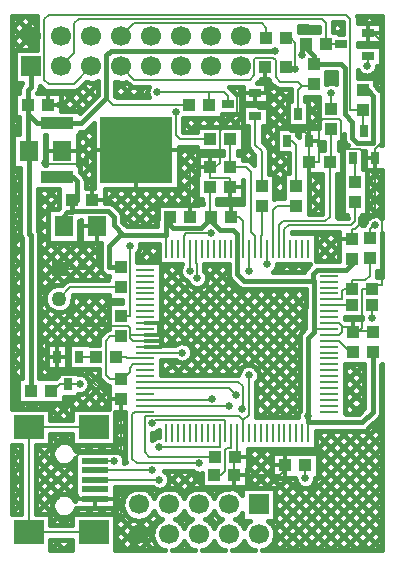
<source format=gbr>
G04 DipTrace 2.4.0.2*
%INTop.gbr*%
%MOIN*%
%ADD13C,0.007*%
%ADD14C,0.015*%
%ADD15C,0.013*%
%ADD17R,0.063X0.0079*%
%ADD18R,0.0079X0.063*%
%ADD19R,0.0669X0.0669*%
%ADD20C,0.0669*%
%ADD21R,0.0433X0.0394*%
%ADD22R,0.0394X0.0433*%
%ADD23C,0.05*%
%ADD24R,0.05X0.05*%
%ADD26R,0.1083X0.0394*%
%ADD27R,0.2421X0.2185*%
%ADD28R,0.063X0.0709*%
%ADD29R,0.0413X0.0256*%
%ADD30R,0.0256X0.0413*%
%ADD32R,0.0906X0.0197*%
%ADD33R,0.0984X0.0787*%
%ADD34C,0.025*%
%FSLAX44Y44*%
G04*
G70*
G90*
G75*
G01*
%LNTop*%
%LPD*%
X10922Y14837D2*
D13*
X10098D1*
X10021Y14759D1*
Y14327D1*
X10217Y13587D2*
Y14327D1*
X14933Y18315D2*
Y17222D1*
X14868D1*
Y15390D1*
X14728Y15250D1*
X13310D1*
X13170Y15110D1*
Y14327D1*
X7914Y11403D2*
X7554D1*
X7414Y11262D1*
Y10129D1*
X7554Y9989D1*
X7914D1*
Y10041D1*
X8061D1*
X8223Y10203D1*
Y10361D1*
X8332Y10469D1*
X8721D1*
X11561Y17974D2*
Y17034D1*
X11567D2*
X12098D1*
X12238Y16894D1*
Y14891D1*
X12383Y14747D1*
Y14327D1*
X13730Y20307D2*
Y21175D1*
X13572Y21334D1*
X13417D1*
X12776Y13817D2*
Y14327D1*
X13401Y20389D2*
Y20307D1*
X13730D1*
X7003Y8378D2*
X4837D1*
Y4874D2*
X7003D1*
X4837Y8378D2*
Y4874D1*
X14863Y12441D2*
X15627D1*
X16161Y20758D2*
Y20428D1*
X16120D1*
X16296Y12441D2*
Y12030D1*
X13367Y14327D2*
Y14970D1*
X13507Y15110D1*
X15573D1*
X15713Y15250D1*
Y15884D1*
X12973Y14327D2*
Y15613D1*
X13113Y15753D1*
X13762D1*
X12580Y14327D2*
Y14747D1*
X12605Y14772D1*
Y15733D1*
X6531Y10706D2*
X7093D1*
X8721Y10666D2*
X8124D1*
X8083Y10706D1*
X7762D1*
X15651Y17350D2*
X15713D1*
Y16553D1*
X13447Y17917D2*
X13624D1*
X13762Y17778D1*
Y16423D1*
X12392Y18764D2*
Y17779D1*
X12605Y17566D1*
Y16402D1*
X14863Y12634D2*
X15283D1*
Y12911D1*
X15341Y12969D1*
X15610D1*
Y13270D1*
X16066D1*
X16206Y13410D1*
Y14024D1*
X5843Y12659D2*
X6218Y13034D1*
X7909D1*
X9947Y10862D2*
X8721D1*
X11989Y8185D2*
Y8605D1*
X11849Y8745D1*
X8717D1*
Y7536D1*
X8857Y7396D1*
X11048D1*
Y7379D1*
X12186Y13587D2*
Y14327D1*
X11989Y8605D2*
X12177Y8793D1*
Y10108D1*
X14863Y11256D2*
X15182D1*
X15546Y10892D1*
X15639D1*
X11595Y8185D2*
Y7681D1*
X11444D1*
X11370Y7607D1*
Y6914D1*
X11237Y6781D1*
X11030D1*
X10508Y7166D2*
X8438D1*
X8298Y7306D1*
Y8818D1*
X8374Y8894D1*
X8721D1*
X16391Y15105D2*
X16331D1*
X16206Y14980D1*
Y14693D1*
X14933Y18984D2*
Y19519D1*
X7922Y21398D2*
X8361Y21837D1*
X12608D1*
X12748Y21697D1*
Y21334D1*
X9746Y18896D2*
Y18114D1*
X9886Y17974D1*
X10891D1*
X8211Y14412D2*
Y12072D1*
X7914D1*
X15255Y21132D2*
X15404D1*
X15416Y21143D1*
X14912D1*
X14754Y21301D1*
Y21156D1*
Y21837D1*
X14614Y21977D1*
X6501D1*
X6361Y21837D1*
Y20837D1*
X5922Y20398D1*
X15973Y18931D2*
X15567D1*
Y21977D1*
X15427Y22117D1*
X5501D1*
X5361Y21977D1*
Y19958D1*
X5501Y19818D1*
X6342D1*
X6922Y20398D1*
X16025Y18255D2*
X15973Y18337D1*
Y18931D1*
X16025Y18255D2*
Y18284D1*
X15973Y18337D1*
X14346Y19821D2*
Y19754D1*
X13961D1*
X13821Y19894D1*
X13214D1*
X13074Y20034D1*
Y20608D1*
X12991Y20691D1*
X12412D1*
X12361Y20640D1*
Y20098D1*
X12221Y19958D1*
X8361D1*
X7922Y20398D1*
X13961Y19754D2*
X13821Y19614D1*
Y18822D1*
X9131Y19545D2*
X10863D1*
X11346D1*
X11486Y19405D1*
Y19138D1*
X10863Y19545D2*
Y19103D1*
X6535Y9811D2*
X6157D1*
X5891D1*
X5674Y9594D1*
X5574D1*
X8947Y8515D2*
X9037Y8605D1*
X11399D1*
Y8185D1*
X8942Y6941D2*
X7042D1*
X9196Y7716D2*
X11202D1*
Y8185D1*
X9196Y6626D2*
X7042D1*
X11738Y9461D2*
X11517Y9681D1*
X8721D1*
X11508Y9091D2*
X8721D1*
X10947Y9321D2*
X10914Y9288D1*
X8721D1*
X11947Y8975D2*
X11968Y8996D1*
Y9738D1*
X11828Y9878D1*
X8721D1*
X10447Y13357D2*
Y13801D1*
X10414Y13834D1*
Y14327D1*
X16310Y10892D2*
D14*
Y8890D1*
X15958Y8538D1*
X14154D1*
Y8750D1*
X10916Y15392D2*
X10960D1*
X10586Y15017D1*
X9657D1*
X9562Y15112D1*
Y15369D1*
X5792Y16711D2*
X6324D1*
X6449Y16586D1*
Y15940D1*
X6287D1*
X9562Y15369D2*
X9430Y15306D1*
Y14782D1*
X7893D1*
X7989D1*
X7668Y15104D1*
Y15393D1*
X7484Y15577D1*
X6287D1*
Y15533D1*
X6110D1*
X6005Y15429D1*
Y15074D1*
X14154Y8750D2*
Y11361D1*
X14354Y11560D1*
Y11650D1*
Y13263D1*
X12026D1*
X11792Y13497D1*
Y14327D1*
X9430Y14782D2*
D13*
Y14327D1*
X14354Y11650D2*
X14863D1*
X14154Y8750D2*
Y8185D1*
X7698Y7256D2*
X7042D1*
X10916Y15392D2*
X10881D1*
Y16387D1*
X11792Y14327D2*
D14*
Y14820D1*
X11666Y14946D1*
X11232D1*
X10916Y15263D1*
Y15392D1*
X14354Y13263D2*
X14303Y13314D1*
Y13478D1*
X14443Y13618D1*
X14863D1*
X7893Y14782D2*
X7528Y14417D1*
Y13703D1*
X7909D1*
X9562Y15369D2*
D13*
X9493D1*
X9430Y15306D1*
X9562Y15369D1*
X6287Y15940D2*
D14*
Y15577D1*
X14863Y13618D2*
X15402D1*
X15603Y13819D1*
Y13980D1*
X14061Y7102D2*
D13*
Y6691D1*
X15973Y19600D2*
D14*
X16150D1*
X16327Y19424D1*
Y17853D1*
X15791D1*
X15628Y18015D1*
Y18552D1*
X15375Y18805D1*
Y20350D1*
X15235Y20490D1*
X14346D1*
X4818Y19107D2*
Y17594D1*
X4852D1*
X4818Y19107D2*
Y19626D1*
X4922Y19730D1*
Y20398D1*
X5792Y18506D2*
X5132D1*
X4818Y18820D1*
Y19107D1*
X14346Y20490D2*
Y20748D1*
X14085Y21010D1*
Y21156D1*
X4852Y17594D2*
Y14826D1*
X4904Y14774D1*
Y9594D1*
X13052Y20916D2*
X7580D1*
X7433Y20769D1*
Y19340D1*
X6599Y18506D1*
X5792D1*
X13962Y20786D2*
Y21033D1*
X14085Y21156D1*
X7433Y19340D2*
D13*
X7645Y19128D1*
X10194D1*
Y19103D1*
X13392Y7102D2*
Y6947D1*
X13226Y6781D1*
X11699D1*
X14863Y11847D2*
X15174D1*
X15283Y11738D1*
Y11702D1*
Y11551D1*
X15185Y11453D1*
X14863D1*
X16161Y21506D2*
X16313D1*
X16571Y21248D1*
Y17833D1*
X16399Y17661D1*
Y17350D1*
X5843Y13659D2*
X6968D1*
X7108Y13799D1*
Y15074D1*
X11989Y14327D2*
Y15247D1*
X11845Y15392D1*
X11585D1*
X16310Y11562D2*
Y11574D1*
X15639D1*
Y11562D1*
X8721Y11847D2*
X9069D1*
X9141Y11775D1*
Y11525D1*
X9069Y11453D1*
X8721D1*
X11699Y6781D2*
Y6382D1*
X11559Y6242D1*
X8173D1*
X7928Y5996D1*
X7042D1*
X12392Y19512D2*
X12732D1*
Y20389D1*
X11699Y6781D2*
Y7379D1*
X11717D1*
X16279Y12969D2*
Y13109D1*
X16621D1*
Y15253D1*
X16399Y15475D1*
X15993D1*
X15853Y15335D1*
Y15110D1*
X15713Y14970D1*
X15603D1*
Y14649D1*
X8430Y17609D2*
X6956D1*
X6816Y17469D1*
Y17134D1*
X5379D1*
Y17182D1*
X8721Y11256D2*
X9281D1*
Y11059D1*
X8721D1*
X6198Y11750D2*
X8158D1*
X8216Y11692D1*
Y11453D1*
Y11361D1*
X8321Y11256D1*
X8721D1*
X5783Y10717D2*
Y11335D1*
X6198Y11750D1*
X7914Y9319D2*
X7569D1*
X6765Y10123D1*
X5923D1*
X5783Y10263D1*
Y10717D1*
X7042Y5996D2*
X6584D1*
X6439Y6141D1*
Y7400D1*
X6525Y7486D1*
X7774D1*
X7914Y7626D1*
Y9319D1*
X7928Y5996D2*
Y5382D1*
X8508Y4802D1*
X6816Y17134D2*
X6956Y16994D1*
Y15940D1*
X10898Y17034D2*
Y17469D1*
X10758Y17609D1*
X8430D1*
X12392Y19512D2*
X11938D1*
X11798Y19372D1*
Y18820D1*
X11219Y18242D1*
Y17188D1*
X11064Y17034D1*
X10898D1*
X14195Y17917D2*
Y18070D1*
X14037Y18228D1*
X13598D1*
X12830Y18997D1*
X12532D1*
X12392Y19137D1*
Y19512D1*
X14199Y17222D2*
X14195Y17917D1*
X16399Y17350D2*
X16155D1*
X16015Y17490D1*
Y17521D1*
X15875Y17661D1*
X15375D1*
X15235Y17801D1*
Y18589D1*
X15188Y18636D1*
X14660D1*
X14520Y18496D1*
Y17222D1*
X14199D1*
X10898Y17034D2*
X10371D1*
X10231Y16894D1*
Y15369D1*
X11551Y16387D2*
Y16689D1*
X10898D1*
Y17034D1*
X11585Y15392D2*
X11551D1*
Y16387D1*
X16399Y17350D2*
Y15475D1*
X15639Y11562D2*
X15829D1*
X15949Y11682D1*
Y12969D1*
X16279D1*
X8721Y11453D2*
X8216D1*
X15639Y11562D2*
X15568Y11702D1*
X15283D1*
X15639Y11562D2*
Y11631D1*
X15568Y11702D1*
X11717Y7379D2*
X11792D1*
Y8185D1*
X5955Y17594D2*
X5483D1*
X5379Y17490D1*
Y17182D1*
X5488Y19107D2*
X5899D1*
D34*
X10922Y14837D3*
X10217Y13587D3*
X12776Y13817D3*
X13730Y20307D3*
X16296Y12030D3*
X16120Y20428D3*
X9947Y10862D3*
X12186Y13587D3*
X12177Y10108D3*
X10508Y7166D3*
X16391Y15105D3*
X14933Y19519D3*
X9746Y18896D3*
X8211Y14412D3*
X9131Y19545D3*
X6535Y9811D3*
X8947Y6936D3*
Y8515D3*
X9196Y6626D3*
Y7716D3*
X11738Y9461D3*
X11508Y9091D3*
X10947Y9321D3*
X11947Y8975D3*
X10447Y13357D3*
X14154Y8750D3*
X7698Y7256D3*
X14061Y6691D3*
X5899Y19107D3*
X6198Y11750D3*
X5379Y17182D3*
X13052Y20916D3*
X13962Y20786D3*
X4685Y22078D2*
D14*
X4283Y21677D1*
X5109Y22078D2*
X4283Y21252D1*
X5104Y21649D2*
X4409Y20954D1*
X4366Y20911D2*
X4284Y20829D1*
X5104Y21224D2*
X4834Y20954D1*
X4365Y20485D2*
X4284Y20405D1*
X4365Y20061D2*
X4284Y19980D1*
X4571Y19842D2*
X4283Y19555D1*
X4380Y19227D2*
X4283Y19131D1*
X5263Y19687D2*
X5186Y19609D1*
X4380Y18803D2*
X4283Y18707D1*
X5563Y19562D2*
X5527Y19526D1*
X4522Y18521D2*
X4283Y18282D1*
X5987Y19562D2*
X5926Y19501D1*
X6433Y19584D2*
X5926Y19076D1*
X7136Y19862D2*
X6198Y18924D1*
X4556Y16858D2*
X4283Y16585D1*
X7966Y19844D2*
X7729Y19607D1*
X4556Y16433D2*
X4283Y16161D1*
X8265Y19718D2*
X7931Y19385D1*
X6998Y18452D2*
X6491Y17944D1*
X4556Y16009D2*
X4283Y15737D1*
X8672Y19701D2*
X8355Y19385D1*
X6998Y18028D2*
X6491Y17520D1*
X5263Y16292D2*
X5149Y16178D1*
X4556Y15585D2*
X4283Y15313D1*
X6998Y17603D2*
X6524Y17129D1*
X5688Y16292D2*
X5149Y15753D1*
X4556Y15161D2*
X4283Y14888D1*
X6998Y17179D2*
X6640Y16821D1*
X5850Y16031D2*
X5149Y15329D1*
X4566Y14746D2*
X4283Y14464D1*
X6998Y16755D2*
X6745Y16501D1*
X5469Y15225D2*
X5165Y14922D1*
X4609Y14365D2*
X4283Y14040D1*
X5469Y14801D2*
X5202Y14534D1*
X4609Y13941D2*
X4283Y13616D1*
X5590Y14498D2*
X5202Y14109D1*
X4609Y13516D2*
X4283Y13191D1*
X10200Y18684D2*
X10003Y18486D1*
X7810Y16294D2*
X7394Y15878D1*
X6014Y14498D2*
X5202Y13685D1*
X4609Y13092D2*
X4283Y12767D1*
X11642Y19701D2*
X11600Y19660D1*
X10625Y18684D2*
X10172Y18231D1*
X8235Y16294D2*
X7714Y15773D1*
X6440Y14499D2*
X5202Y13261D1*
X4609Y12668D2*
X4283Y12343D1*
X14085Y21720D2*
X13939Y21574D1*
X11964Y19599D2*
X11852Y19487D1*
X11049Y18684D2*
X10758Y18394D1*
X10083Y17718D2*
X9862Y17497D1*
X8659Y16294D2*
X7920Y15555D1*
X6863Y14498D2*
X5202Y12837D1*
X4609Y12244D2*
X4283Y11919D1*
X14498Y21708D2*
X14363Y21574D1*
X12761Y19972D2*
X12651Y19862D1*
X11964Y19174D2*
X11914Y19124D1*
X11577Y18788D2*
X11183Y18394D1*
X10454Y17665D2*
X9862Y17073D1*
X9083Y16294D2*
X7992Y15203D1*
X7234Y14445D2*
X5916Y13127D1*
X5376Y12587D2*
X5202Y12412D1*
X4609Y11819D2*
X4283Y11494D1*
X15074Y21861D2*
X15009Y21796D1*
X12976Y19763D2*
X12820Y19607D1*
X12376Y19163D2*
X12326Y19113D1*
X11964Y18750D2*
X11607Y18394D1*
X10770Y17557D2*
X10666Y17452D1*
X10459Y17245D2*
X9862Y16648D1*
X9508Y16294D2*
X8292Y15079D1*
X7230Y14017D2*
X6504Y13291D1*
X5522Y12308D2*
X5202Y11988D1*
X4609Y11395D2*
X4283Y11070D1*
X15311Y21674D2*
X15192Y21554D1*
X13276Y19638D2*
X12751Y19113D1*
X12051Y18414D2*
X11999Y18361D1*
X11195Y17557D2*
X11090Y17452D1*
X10459Y16821D2*
X9424Y15787D1*
X9125Y15487D2*
X8717Y15079D1*
X7244Y13606D2*
X6928Y13291D1*
X6415Y12777D2*
X6314Y12676D1*
X5825Y12187D2*
X5202Y11564D1*
X4609Y10971D2*
X4283Y10646D1*
X16137Y22075D2*
X15918Y21856D1*
X13565Y19503D2*
X12820Y18758D1*
X12136Y18074D2*
X11998Y17936D1*
X10444Y16382D2*
X9849Y15787D1*
X7472Y13410D2*
X7353Y13291D1*
X6839Y12777D2*
X5202Y11140D1*
X4609Y10547D2*
X4283Y10221D1*
X16561Y22075D2*
X16342Y21856D1*
X13472Y18986D2*
X12648Y18161D1*
X12156Y17670D2*
X11938Y17452D1*
X10456Y15969D2*
X10273Y15787D1*
X8972Y14486D2*
X8468Y13982D1*
X7264Y12777D2*
X5631Y11145D1*
X5434Y10948D2*
X5202Y10715D1*
X4609Y10122D2*
X4499Y10013D1*
X4466Y9980D2*
X4283Y9797D1*
X16067Y21156D2*
X16017Y21107D1*
X15079Y20168D2*
X14764Y19853D1*
X14293Y19383D2*
X14160Y19250D1*
X13471Y18561D2*
X13256Y18345D1*
X13098Y18188D2*
X12725Y17815D1*
X12348Y17437D2*
X12188Y17278D1*
X9169Y14258D2*
X8789Y13879D1*
X7507Y12596D2*
X6056Y11146D1*
X5433Y10523D2*
X5201Y10291D1*
X4467Y9557D2*
X4283Y9372D1*
X16490Y21155D2*
X16441Y21107D1*
X14515Y19181D2*
X14170Y18836D1*
X13728Y18393D2*
X13681Y18346D1*
X13098Y17764D2*
X12861Y17526D1*
X11304Y15969D2*
X11144Y15809D1*
X7931Y12596D2*
X7844Y12510D1*
X7497Y12162D2*
X6481Y11146D1*
X6183Y10848D2*
X6133Y10798D1*
X5624Y10289D2*
X5347Y10012D1*
X4510Y9176D2*
X4328Y8993D1*
X15907Y20148D2*
X15824Y20065D1*
X14515Y18756D2*
X14104Y18345D1*
X13248Y17488D2*
X12861Y17102D1*
X11728Y15969D2*
X11568Y15809D1*
X9550Y13791D2*
X9258Y13499D1*
X7497Y11738D2*
X6883Y11124D1*
X6183Y10424D2*
X6133Y10373D1*
X6049Y10290D2*
X5998Y10239D1*
X4935Y9176D2*
X4752Y8993D1*
X16610Y20427D2*
X16222Y20039D1*
X13506Y17323D2*
X13023Y16840D1*
X9903Y13720D2*
X9258Y13075D1*
X6473Y10289D2*
X6422Y10238D1*
X5359Y9176D2*
X5176Y8993D1*
X16610Y20003D2*
X16391Y19784D1*
X13506Y16899D2*
X13468Y16860D1*
X13344Y16736D2*
X13023Y16416D1*
X9958Y13350D2*
X9258Y12651D1*
X6895Y10288D2*
X6718Y10110D1*
X5783Y9176D2*
X5551Y8943D1*
X4371Y7764D2*
X4283Y7675D1*
X13344Y16312D2*
X13023Y15992D1*
X10823Y13791D2*
X10703Y13671D1*
X10172Y13140D2*
X9258Y12226D1*
X7157Y10125D2*
X6880Y9848D1*
X6415Y9383D2*
X5667Y8635D1*
X4582Y7550D2*
X4283Y7251D1*
X15352Y17896D2*
X15190Y17733D1*
X14260Y16804D2*
X14180Y16724D1*
X11247Y13791D2*
X10793Y13337D1*
X10468Y13012D2*
X9258Y11802D1*
X7314Y9858D2*
X6449Y8993D1*
X6289Y8833D2*
X6091Y8635D1*
X5220Y7764D2*
X5093Y7637D1*
X4582Y7126D2*
X4283Y6827D1*
X14611Y16731D2*
X14180Y16300D1*
X11496Y13615D2*
X9258Y11378D1*
X7497Y9616D2*
X6873Y8993D1*
X6002Y8122D2*
X5093Y7213D1*
X4582Y6701D2*
X4283Y6403D1*
X14611Y16307D2*
X14180Y15876D1*
X11584Y13279D2*
X9424Y11119D1*
X7497Y9192D2*
X7298Y8993D1*
X6289Y7984D2*
X6172Y7868D1*
X5644Y7339D2*
X5093Y6789D1*
X4582Y6277D2*
X4283Y5978D1*
X16050Y17321D2*
X16000Y17271D1*
X15294Y16565D2*
X15125Y16396D1*
X14611Y15883D2*
X14235Y15506D1*
X11796Y13067D2*
X9938Y11209D1*
X9335Y10606D2*
X9258Y10529D1*
X6492Y7764D2*
X6388Y7659D1*
X5851Y7122D2*
X5093Y6364D1*
X4582Y5853D2*
X4283Y5554D1*
X15294Y16141D2*
X15125Y15972D1*
X12121Y12967D2*
X10228Y11074D1*
X9736Y10583D2*
X9288Y10135D1*
X8035Y8882D2*
X7717Y8564D1*
X6917Y7764D2*
X6729Y7576D1*
X6368Y7215D2*
X5093Y5940D1*
X16499Y16922D2*
X16131Y16553D1*
X15294Y15717D2*
X15125Y15547D1*
X13369Y13791D2*
X13138Y13560D1*
X12545Y12967D2*
X9712Y10135D1*
X8042Y8465D2*
X7717Y8139D1*
X7341Y7764D2*
X7153Y7576D1*
X6368Y6791D2*
X5093Y5516D1*
X16613Y16612D2*
X16131Y16129D1*
X15447Y15445D2*
X15369Y15367D1*
X14855Y14853D2*
X14416Y14414D1*
X13793Y13791D2*
X13562Y13560D1*
X12969Y12967D2*
X10136Y10135D1*
X8042Y8040D2*
X7578Y7576D1*
X6368Y6366D2*
X6146Y6144D1*
X5634Y5632D2*
X5491Y5489D1*
X16613Y16188D2*
X16131Y15705D1*
X15185Y14759D2*
X14416Y13990D1*
X14060Y13634D2*
X13986Y13560D1*
X13393Y12967D2*
X10561Y10135D1*
X8042Y7616D2*
X7937Y7511D1*
X5828Y5402D2*
X5557Y5131D1*
X16613Y15763D2*
X16277Y15427D1*
X16068Y15218D2*
X15982Y15132D1*
X15185Y14335D2*
X14765Y13915D1*
X13818Y12967D2*
X10985Y10135D1*
X9033Y8183D2*
X8973Y8123D1*
X6527Y5677D2*
X5982Y5131D1*
X14056Y12782D2*
X11409Y10135D1*
X6952Y5677D2*
X6764Y5489D1*
X5893Y4618D2*
X5557Y4283D1*
X14056Y12358D2*
X12152Y10453D1*
X8069Y6370D2*
X7717Y6018D1*
X7376Y5677D2*
X7188Y5489D1*
X6289Y4590D2*
X5982Y4283D1*
X14056Y11933D2*
X12450Y10327D1*
X7953Y5830D2*
X7612Y5489D1*
X13857Y11310D2*
X12433Y9886D1*
X8917Y6370D2*
X8817Y6270D1*
X8040Y5493D2*
X7717Y5170D1*
X16557Y13586D2*
X16462Y13491D1*
X13857Y10886D2*
X12433Y9462D1*
X9882Y6910D2*
X9533Y6562D1*
X8267Y5296D2*
X7717Y4745D1*
X13857Y10462D2*
X12433Y9038D1*
X10288Y6892D2*
X9717Y6321D1*
X8670Y5274D2*
X7717Y4321D1*
X13857Y10037D2*
X12541Y8721D1*
X10593Y6773D2*
X9958Y6137D1*
X9172Y5352D2*
X8103Y4283D1*
X13857Y9613D2*
X12965Y8721D1*
X8957Y4713D2*
X8527Y4283D1*
X13857Y9189D2*
X13390Y8721D1*
X12318Y7649D2*
X12155Y7486D1*
X11032Y6363D2*
X10886Y6217D1*
X10094Y5425D2*
X9885Y5216D1*
X9093Y4424D2*
X8952Y4283D1*
X15548Y10455D2*
X15400Y10307D1*
X12742Y7649D2*
X12155Y7062D1*
X15972Y10455D2*
X15400Y9883D1*
X13166Y7649D2*
X13038Y7521D1*
X12954Y7437D2*
X12137Y6620D1*
X11880Y6363D2*
X11799Y6282D1*
X11028Y5511D2*
X10798Y5281D1*
X10029Y4512D2*
X9800Y4283D1*
X16014Y10072D2*
X15400Y9459D1*
X13591Y7649D2*
X13463Y7521D1*
X12954Y7013D2*
X12299Y6358D1*
X11247Y5306D2*
X11189Y5248D1*
X11062Y5120D2*
X11003Y5062D1*
X16014Y9648D2*
X15400Y9034D1*
X14608Y8243D2*
X14416Y8050D1*
X14015Y7649D2*
X13887Y7521D1*
X13050Y6685D2*
X12724Y6358D1*
X16014Y9224D2*
X15625Y8836D1*
X15032Y8243D2*
X14311Y7521D1*
X13475Y6685D2*
X13063Y6273D1*
X12036Y5246D2*
X11943Y5153D1*
X11156Y4366D2*
X11073Y4283D1*
X15457Y8243D2*
X14500Y7286D1*
X13748Y6534D2*
X13063Y5849D1*
X15881Y8243D2*
X14500Y6862D1*
X13988Y6350D2*
X13063Y5425D1*
X12079Y4441D2*
X11921Y4283D1*
X16618Y8556D2*
X13038Y4976D1*
X16618Y8131D2*
X12770Y4283D1*
X16618Y7707D2*
X13194Y4283D1*
X16618Y7283D2*
X13618Y4283D1*
X16620Y6860D2*
X14043Y4283D1*
X16620Y6436D2*
X14467Y4283D1*
X16620Y6012D2*
X14891Y4283D1*
X16620Y5588D2*
X15316Y4283D1*
X16620Y5163D2*
X15740Y4283D1*
X16620Y4739D2*
X16164Y4283D1*
X16620Y4315D2*
X16587Y4282D1*
X16222Y22075D2*
X16441Y21856D1*
X15799Y22073D2*
X16017Y21856D1*
X16292Y21157D2*
X16341Y21107D1*
X15163Y21861D2*
X15311Y21713D1*
X15867Y21157D2*
X15917Y21107D1*
X16393Y20207D2*
X16610Y19989D1*
X14455Y21720D2*
X14499Y21677D1*
X16091Y20084D2*
X16138Y20038D1*
X16391Y19784D2*
X16610Y19565D1*
X14031Y21720D2*
X14177Y21574D1*
X14764Y20139D2*
X15074Y19829D1*
X14247Y19383D2*
X14515Y19114D1*
X14170Y19035D2*
X14515Y18690D1*
X15329Y17877D2*
X15429Y17777D1*
X16000Y17206D2*
X16050Y17156D1*
X16283Y16922D2*
X16613Y16592D1*
X12810Y19972D2*
X12842Y19939D1*
X13120Y19662D2*
X13531Y19250D1*
X14170Y18611D2*
X14436Y18345D1*
X16131Y16650D2*
X16613Y16168D1*
X12820Y19537D2*
X13471Y18886D1*
X13963Y18394D2*
X14011Y18346D1*
X14545Y17812D2*
X14676Y17681D1*
X16131Y16226D2*
X16613Y15744D1*
X12770Y19163D2*
X13471Y18461D1*
X13540Y18393D2*
X13587Y18346D1*
X13796Y18137D2*
X13845Y18088D1*
X15128Y16805D2*
X15294Y16638D1*
X16131Y15802D2*
X16506Y15427D1*
X11807Y19701D2*
X11963Y19545D1*
X12346Y19163D2*
X12396Y19113D1*
X12820Y18689D2*
X13163Y18345D1*
X15125Y16384D2*
X15294Y16214D1*
X16063Y15446D2*
X16149Y15359D1*
X11915Y19169D2*
X11971Y19113D1*
X12670Y18414D2*
X13098Y17986D1*
X14280Y16805D2*
X14611Y16473D1*
X15125Y15959D2*
X15294Y15790D1*
X11872Y18788D2*
X11963Y18697D1*
X12647Y18013D2*
X13098Y17562D1*
X13170Y17490D2*
X13506Y17154D1*
X14180Y16480D2*
X14611Y16048D1*
X15125Y15535D2*
X15293Y15367D1*
X11447Y18788D2*
X11842Y18394D1*
X11999Y18236D2*
X12136Y18100D1*
X12861Y17375D2*
X13375Y16861D1*
X14180Y16055D2*
X14611Y15624D1*
X11128Y18684D2*
X11418Y18394D1*
X11999Y17812D2*
X12348Y17464D1*
X12861Y16950D2*
X13344Y16468D1*
X14180Y15631D2*
X14305Y15507D1*
X14958Y14854D2*
X15185Y14627D1*
X10703Y18684D2*
X10994Y18394D1*
X11830Y17557D2*
X11935Y17452D1*
X12005Y17383D2*
X12097Y17290D1*
X13023Y16364D2*
X13344Y16043D1*
X14533Y14854D2*
X15185Y14202D1*
X10279Y18684D2*
X10569Y18394D1*
X14416Y14547D2*
X15047Y13916D1*
X10002Y18536D2*
X10308Y18231D1*
X10982Y17557D2*
X11086Y17452D1*
X14416Y14123D2*
X14623Y13916D1*
X8413Y19701D2*
X8730Y19385D1*
X10397Y17718D2*
X10453Y17661D1*
X10557Y17557D2*
X10662Y17452D1*
X7841Y19849D2*
X8306Y19385D1*
X9972Y17718D2*
X10460Y17230D1*
X11721Y15969D2*
X11880Y15810D1*
X13900Y13790D2*
X14050Y13640D1*
X7730Y19536D2*
X7881Y19385D1*
X9861Y17404D2*
X10460Y16806D1*
X11297Y15969D2*
X11456Y15810D1*
X13476Y13790D2*
X13707Y13559D1*
X4764Y22078D2*
X5105Y21736D1*
X6996Y19846D2*
X7137Y19704D1*
X9861Y16980D2*
X10443Y16398D1*
X13113Y13729D2*
X13282Y13559D1*
X13875Y12966D2*
X14056Y12785D1*
X4339Y22078D2*
X5105Y21312D1*
X6655Y19763D2*
X7043Y19375D1*
X9861Y16556D2*
X10607Y15810D1*
X13451Y12966D2*
X14056Y12361D1*
X15964Y10454D2*
X16012Y10405D1*
X4283Y21710D2*
X5040Y20954D1*
X6421Y19572D2*
X6831Y19162D1*
X9698Y16295D2*
X10205Y15788D1*
X13026Y12967D2*
X14057Y11936D1*
X15538Y10455D2*
X16014Y9979D1*
X4283Y21285D2*
X4615Y20954D1*
X6007Y19562D2*
X6619Y18950D1*
X9274Y16295D2*
X9781Y15788D1*
X12601Y12967D2*
X13969Y11600D1*
X15399Y10170D2*
X16014Y9555D1*
X4283Y20861D2*
X4366Y20779D1*
X5583Y19562D2*
X5619Y19525D1*
X5926Y19219D2*
X6219Y18925D1*
X6832Y18312D2*
X6998Y18146D1*
X8849Y16295D2*
X9357Y15788D1*
X11353Y13791D2*
X11496Y13648D1*
X12177Y12967D2*
X13858Y11287D1*
X15399Y9746D2*
X16014Y9131D1*
X16494Y8650D2*
X16617Y8527D1*
X4283Y20437D2*
X4366Y20354D1*
X6556Y18165D2*
X6998Y17722D1*
X8425Y16295D2*
X9125Y15596D1*
X10929Y13791D2*
X13858Y10862D1*
X15399Y9321D2*
X15858Y8862D1*
X16282Y8438D2*
X16619Y8101D1*
X4283Y20013D2*
X4366Y19930D1*
X4454Y19842D2*
X4546Y19750D1*
X6491Y17805D2*
X6998Y17298D1*
X8001Y16295D2*
X9125Y15171D1*
X10704Y13592D2*
X13858Y10438D1*
X15399Y8897D2*
X15461Y8836D1*
X16044Y8252D2*
X16619Y7677D1*
X4283Y19588D2*
X4380Y19492D1*
X6491Y17381D2*
X6998Y16873D1*
X7576Y16295D2*
X8793Y15078D1*
X10727Y13145D2*
X13858Y10014D1*
X15629Y8243D2*
X16619Y7253D1*
X4283Y19164D2*
X4380Y19068D1*
X6556Y16892D2*
X6998Y16449D1*
X7394Y16053D2*
X7608Y15839D1*
X7929Y15518D2*
X8369Y15078D1*
X8962Y14486D2*
X9169Y14278D1*
X9656Y13791D2*
X9872Y13575D1*
X10435Y13012D2*
X13858Y9590D1*
X15205Y8243D2*
X16619Y6829D1*
X4283Y18740D2*
X4522Y18501D1*
X8549Y14474D2*
X9145Y13879D1*
X9257Y13767D2*
X13858Y9165D1*
X14781Y8243D2*
X16619Y6404D1*
X4283Y18315D2*
X4430Y18169D1*
X8468Y14131D2*
X8720Y13879D1*
X9257Y13342D2*
X12144Y10455D1*
X12523Y10075D2*
X13810Y8789D1*
X14414Y8185D2*
X16619Y5980D1*
X4283Y17891D2*
X4317Y17858D1*
X9257Y12918D2*
X11881Y10294D1*
X12434Y9741D2*
X13454Y8721D1*
X14414Y7760D2*
X16621Y5554D1*
X4283Y17467D2*
X4317Y17434D1*
X5458Y16292D2*
X5850Y15900D1*
X9257Y12493D2*
X11616Y10135D1*
X12434Y9316D2*
X13029Y8721D1*
X14101Y7649D2*
X14229Y7521D1*
X14499Y7251D2*
X16621Y5130D1*
X4283Y17043D2*
X4556Y16771D1*
X5149Y16178D2*
X5676Y15650D1*
X6827Y14499D2*
X7230Y14096D1*
X9257Y12069D2*
X11191Y10135D1*
X12434Y8892D2*
X12605Y8721D1*
X13677Y7649D2*
X13805Y7521D1*
X14499Y6827D2*
X16621Y4706D1*
X4283Y16618D2*
X4556Y16346D1*
X5149Y15753D2*
X5469Y15433D1*
X6403Y14499D2*
X7235Y13666D1*
X9257Y11645D2*
X9750Y11152D1*
X10236Y10665D2*
X10767Y10135D1*
X13253Y7649D2*
X13381Y7521D1*
X14373Y6529D2*
X16619Y4283D1*
X4283Y16194D2*
X4556Y15922D1*
X5149Y15329D2*
X5469Y15009D1*
X5979Y14499D2*
X7187Y13290D1*
X7881Y12596D2*
X7955Y12523D1*
X9257Y11221D2*
X9358Y11119D1*
X9961Y10516D2*
X10343Y10135D1*
X12828Y7649D2*
X12956Y7521D1*
X14128Y6350D2*
X16195Y4283D1*
X4283Y15770D2*
X4556Y15498D1*
X5178Y14875D2*
X5469Y14585D1*
X5554Y14499D2*
X6763Y13290D1*
X7277Y12777D2*
X7544Y12510D1*
X9448Y10606D2*
X9919Y10135D1*
X12404Y7649D2*
X12955Y7099D1*
X13369Y6685D2*
X15770Y4283D1*
X4283Y15346D2*
X4556Y15074D1*
X5202Y14427D2*
X6339Y13290D1*
X6852Y12777D2*
X7496Y12133D1*
X9257Y10372D2*
X9494Y10135D1*
X12156Y7474D2*
X15346Y4283D1*
X4283Y14921D2*
X4609Y14596D1*
X5202Y14003D2*
X6011Y13194D1*
X6428Y12777D2*
X7496Y11709D1*
X12156Y7049D2*
X12847Y6358D1*
X13064Y6141D2*
X14922Y4283D1*
X4283Y14497D2*
X4609Y14172D1*
X5202Y13579D2*
X5678Y13103D1*
X6287Y12493D2*
X7282Y11499D1*
X12137Y6643D2*
X12423Y6358D1*
X13064Y5717D2*
X14498Y4283D1*
X4283Y14073D2*
X4609Y13748D1*
X5202Y13155D2*
X5442Y12914D1*
X6098Y12258D2*
X7158Y11199D1*
X13064Y5293D2*
X14073Y4283D1*
X4283Y13649D2*
X4609Y13323D1*
X5202Y12730D2*
X5389Y12543D1*
X5727Y12205D2*
X6786Y11146D1*
X13057Y4875D2*
X13649Y4283D1*
X4283Y13224D2*
X4609Y12899D1*
X5202Y12306D2*
X6362Y11146D1*
X11145Y6363D2*
X11223Y6285D1*
X12991Y4517D2*
X13225Y4283D1*
X4283Y12800D2*
X4609Y12475D1*
X5202Y11882D2*
X5938Y11146D1*
X6133Y10951D2*
X6181Y10902D1*
X6796Y10288D2*
X7496Y9588D1*
X8974Y8110D2*
X9050Y8033D1*
X10173Y6910D2*
X10591Y6492D1*
X10720Y6363D2*
X11016Y6068D1*
X11774Y5309D2*
X12015Y5069D1*
X4283Y12376D2*
X4609Y12051D1*
X5202Y11458D2*
X5513Y11146D1*
X6133Y10526D2*
X6181Y10478D1*
X6370Y10289D2*
X6421Y10238D1*
X6880Y9779D2*
X7496Y9164D1*
X7777Y8882D2*
X8041Y8618D1*
X9749Y6910D2*
X10328Y6331D1*
X4283Y11952D2*
X4609Y11626D1*
X5202Y11033D2*
X5434Y10801D1*
X5946Y10289D2*
X5997Y10238D1*
X6721Y9514D2*
X7242Y8993D1*
X7716Y8519D2*
X8041Y8194D1*
X9530Y6705D2*
X10076Y6159D1*
X10865Y5370D2*
X11075Y5160D1*
X11866Y4369D2*
X11952Y4283D1*
X4283Y11527D2*
X4609Y11202D1*
X5202Y10609D2*
X5434Y10377D1*
X5523Y10288D2*
X5769Y10042D1*
X6428Y9383D2*
X6818Y8993D1*
X7716Y8095D2*
X8041Y7770D1*
X4283Y11103D2*
X4609Y10778D1*
X5202Y10185D2*
X5374Y10012D1*
X6012Y9374D2*
X6394Y8993D1*
X7623Y7764D2*
X7806Y7581D1*
X9083Y6304D2*
X9151Y6235D1*
X9940Y5447D2*
X10152Y5234D1*
X10941Y4446D2*
X11104Y4283D1*
X4283Y10679D2*
X4609Y10354D1*
X5787Y9176D2*
X6289Y8673D1*
X7199Y7764D2*
X7386Y7576D1*
X4283Y10254D2*
X4526Y10012D1*
X5362Y9176D2*
X5903Y8635D1*
X6774Y7764D2*
X6962Y7576D1*
X8168Y6370D2*
X8243Y6295D1*
X9000Y5538D2*
X9242Y5296D1*
X10001Y4537D2*
X10255Y4283D1*
X4283Y9830D2*
X4466Y9648D1*
X4938Y9176D2*
X5121Y8993D1*
X5992Y8122D2*
X6538Y7576D1*
X7744Y6370D2*
X8026Y6088D1*
X8793Y5321D2*
X9025Y5088D1*
X9794Y4320D2*
X9831Y4283D1*
X4283Y9406D2*
X4466Y9223D1*
X4515Y9175D2*
X4696Y8993D1*
X5568Y8122D2*
X5835Y7854D1*
X7716Y5974D2*
X7958Y5731D1*
X8437Y5253D2*
X8957Y4732D1*
X5502Y7764D2*
X5638Y7627D1*
X6155Y7111D2*
X6369Y6896D1*
X7588Y5677D2*
X8982Y4283D1*
X5094Y7747D2*
X6369Y6472D1*
X7164Y5677D2*
X7351Y5489D1*
X7716Y5125D2*
X8558Y4283D1*
X5094Y7323D2*
X6369Y6048D1*
X6740Y5677D2*
X6927Y5489D1*
X7716Y4701D2*
X8134Y4283D1*
X4283Y7709D2*
X4580Y7412D1*
X5094Y6898D2*
X5860Y6132D1*
X6392Y5601D2*
X6503Y5489D1*
X4283Y7285D2*
X4580Y6988D1*
X5094Y6474D2*
X5648Y5920D1*
X6179Y5389D2*
X6289Y5279D1*
X4283Y6860D2*
X4580Y6563D1*
X5094Y6050D2*
X6012Y5131D1*
X4283Y6436D2*
X4580Y6139D1*
X5094Y5626D2*
X5230Y5489D1*
X5551Y5168D2*
X5588Y5131D1*
X6101Y4618D2*
X6289Y4430D1*
X4283Y6012D2*
X4580Y5715D1*
X5677Y4618D2*
X6012Y4283D1*
X4283Y5588D2*
X4382Y5489D1*
X5551Y4320D2*
X5588Y4283D1*
X8456Y13869D2*
X9182D1*
X9180Y14026D1*
Y14497D1*
X8537Y14496D1*
X8547Y14412D1*
X8539Y14338D1*
X8514Y14267D1*
X8475Y14204D1*
X8457Y14185D1*
Y13871D1*
X9180Y8051D2*
Y8271D1*
X9095Y8213D1*
X9024Y8188D1*
X8962Y8181D1*
X8963Y7960D1*
X9043Y8016D1*
X9113Y8042D1*
X9181Y8051D1*
X14208Y7660D2*
X12436D1*
X12143Y7659D1*
X12145Y7532D1*
Y6971D1*
X12127D1*
Y6373D1*
X10602D1*
Y6844D1*
X10510Y6830D1*
X10436Y6838D1*
X10365Y6862D1*
X10301Y6901D1*
X10283Y6919D1*
X9357Y6920D1*
X9398Y6895D1*
X9452Y6843D1*
X9494Y6781D1*
X9521Y6711D1*
X9532Y6626D1*
X9523Y6552D1*
X9499Y6481D1*
X9459Y6418D1*
X9406Y6365D1*
X9343Y6324D1*
X9273Y6299D1*
X9198Y6290D1*
X9124Y6298D1*
X9053Y6322D1*
X8989Y6361D1*
X8971Y6379D1*
X7707Y6380D1*
X7704Y6317D1*
X7706Y6171D1*
X7704Y6002D1*
X7706Y5991D1*
Y5687D1*
X6403Y5685D1*
X6381Y5614D1*
X6347Y5547D1*
X6300Y5488D1*
X6243Y5440D1*
X6178Y5403D1*
X6107Y5379D1*
X6033Y5369D1*
X5958Y5373D1*
X5886Y5392D1*
X5818Y5424D1*
X5758Y5468D1*
X5707Y5523D1*
X5668Y5587D1*
X5641Y5657D1*
X5628Y5731D1*
X5630Y5806D1*
X5646Y5879D1*
X5675Y5948D1*
X5717Y6010D1*
X5770Y6062D1*
X5833Y6104D1*
X5902Y6133D1*
X5975Y6149D1*
X6050Y6150D1*
X6123Y6137D1*
X6193Y6110D1*
X6257Y6070D1*
X6312Y6019D1*
X6356Y5959D1*
X6378Y5910D1*
X6381Y6621D1*
X6379Y6767D1*
X6381Y6936D1*
X6379Y7082D1*
X6381Y7251D1*
X6379Y7338D1*
X6347Y7279D1*
X6300Y7221D1*
X6243Y7172D1*
X6178Y7135D1*
X6107Y7111D1*
X6033Y7101D1*
X5958Y7106D1*
X5886Y7124D1*
X5818Y7156D1*
X5758Y7201D1*
X5707Y7256D1*
X5668Y7319D1*
X5641Y7389D1*
X5628Y7463D1*
X5630Y7538D1*
X5646Y7611D1*
X5675Y7680D1*
X5717Y7742D1*
X5770Y7795D1*
X5833Y7836D1*
X5902Y7866D1*
X5975Y7881D1*
X6050Y7882D1*
X6123Y7869D1*
X6193Y7842D1*
X6257Y7803D1*
X6312Y7752D1*
X6356Y7691D1*
X6387Y7623D1*
X6402Y7566D1*
X7567D1*
X7616Y7582D1*
X7690Y7592D1*
X7764Y7585D1*
X7836Y7563D1*
X7900Y7524D1*
X7955Y7473D1*
X7996Y7411D1*
X8023Y7341D1*
X8034Y7256D1*
X8026Y7189D1*
X8071Y7211D1*
X8052Y7306D1*
Y8821D1*
X8061Y8882D1*
X8052Y8892D1*
X7706D1*
Y7774D1*
X6300D1*
Y8132D1*
X5543D1*
X5541Y7774D1*
X5083D1*
Y5479D1*
X5541D1*
Y5120D1*
X6298D1*
X6300Y5479D1*
X7706D1*
Y4272D1*
X9379D1*
X9319Y4290D1*
X9250Y4321D1*
X9187Y4361D1*
X9129Y4409D1*
X9079Y4464D1*
X9037Y4526D1*
X9003Y4593D1*
X8980Y4665D1*
X8966Y4738D1*
X8962Y4813D1*
X8969Y4888D1*
X8986Y4961D1*
X9012Y5031D1*
X9048Y5096D1*
X9093Y5157D1*
X9146Y5210D1*
X9205Y5256D1*
X9289Y5301D1*
X9187Y5361D1*
X9129Y5409D1*
X9079Y5464D1*
X9037Y5526D1*
X9007Y5583D1*
X8973Y5517D1*
X8929Y5456D1*
X8878Y5401D1*
X8819Y5354D1*
X8755Y5316D1*
X8686Y5286D1*
X8614Y5267D1*
X8540Y5257D1*
X8465Y5258D1*
X8390Y5269D1*
X8319Y5290D1*
X8250Y5321D1*
X8187Y5361D1*
X8129Y5409D1*
X8079Y5464D1*
X8037Y5526D1*
X8003Y5593D1*
X7980Y5665D1*
X7966Y5738D1*
X7962Y5813D1*
X7969Y5888D1*
X7986Y5961D1*
X8012Y6031D1*
X8048Y6096D1*
X8093Y6157D1*
X8146Y6210D1*
X8205Y6256D1*
X8270Y6293D1*
X8339Y6321D1*
X8412Y6339D1*
X8487Y6347D1*
X8562Y6345D1*
X8635Y6332D1*
X8707Y6310D1*
X8775Y6278D1*
X8837Y6237D1*
X8894Y6187D1*
X8943Y6131D1*
X8984Y6068D1*
X9007Y6019D1*
X9048Y6096D1*
X9093Y6157D1*
X9146Y6210D1*
X9205Y6256D1*
X9270Y6293D1*
X9339Y6321D1*
X9412Y6339D1*
X9487Y6347D1*
X9562Y6345D1*
X9635Y6332D1*
X9707Y6310D1*
X9775Y6278D1*
X9837Y6237D1*
X9894Y6187D1*
X9943Y6131D1*
X9984Y6068D1*
X10007Y6019D1*
X10048Y6096D1*
X10093Y6157D1*
X10146Y6210D1*
X10205Y6256D1*
X10270Y6293D1*
X10339Y6321D1*
X10412Y6339D1*
X10487Y6347D1*
X10562Y6345D1*
X10635Y6332D1*
X10707Y6310D1*
X10775Y6278D1*
X10837Y6237D1*
X10894Y6187D1*
X10943Y6131D1*
X10984Y6068D1*
X11007Y6019D1*
X11048Y6096D1*
X11093Y6157D1*
X11146Y6210D1*
X11205Y6256D1*
X11270Y6293D1*
X11339Y6321D1*
X11412Y6339D1*
X11487Y6347D1*
X11562Y6345D1*
X11635Y6332D1*
X11707Y6310D1*
X11775Y6278D1*
X11837Y6237D1*
X11894Y6187D1*
X11962Y6101D1*
Y6348D1*
X13053D1*
Y5256D1*
X12807D1*
X12894Y5187D1*
X12943Y5131D1*
X12984Y5068D1*
X13016Y5000D1*
X13038Y4929D1*
X13053Y4802D1*
X13048Y4727D1*
X13033Y4654D1*
X13007Y4583D1*
X12973Y4517D1*
X12929Y4456D1*
X12878Y4401D1*
X12819Y4354D1*
X12755Y4316D1*
X12686Y4286D1*
X12634Y4272D1*
X16631D1*
X16627Y10466D1*
X16596Y10442D1*
Y8890D1*
X16586Y8816D1*
X16557Y8746D1*
X16512Y8687D1*
X16161Y8336D1*
X16101Y8291D1*
X16032Y8262D1*
X15958Y8252D1*
X14405D1*
Y7659D1*
X13904Y7662D1*
X13758Y7659D1*
X13707Y7662D1*
X13561Y7659D1*
X13510Y7662D1*
X13364Y7659D1*
X13314Y7662D1*
X13167Y7659D1*
X13117Y7662D1*
X12970Y7659D1*
X12920Y7662D1*
X12774Y7659D1*
X12723Y7662D1*
X12577Y7659D1*
X12526Y7662D1*
X12380Y7659D1*
X12329Y7662D1*
X12183Y7659D1*
X12143D1*
X15389Y10464D2*
X15387Y10219D1*
X15389Y10325D1*
Y8841D1*
X15429Y8824D1*
X15840D1*
X16023Y9007D1*
X16024Y10467D1*
X15521Y10465D1*
X15388D1*
X15389Y10022D1*
Y9825D1*
Y9628D1*
Y9431D1*
Y9234D1*
Y9037D1*
Y8841D1*
X14220Y13801D2*
X13904Y13804D1*
X13758Y13801D1*
X13707Y13804D1*
X13561Y13801D1*
X13510Y13804D1*
X13364Y13801D1*
X13314Y13804D1*
X13167Y13801D1*
X13117Y13804D1*
X13120Y13801D1*
X13113D1*
X13104Y13743D1*
X13079Y13672D1*
X13040Y13609D1*
X12977Y13549D1*
X14027Y13553D1*
X14056Y13622D1*
X14101Y13681D1*
X14221Y13800D1*
X13149Y13801D1*
X13611Y14853D2*
X14405D1*
Y13904D1*
X15194D1*
X15195Y14407D1*
Y14865D1*
X13612D1*
X13614Y14853D1*
X13814Y14851D1*
X13960Y14853D1*
X14011Y14851D1*
X14157Y14853D1*
X14208Y14851D1*
X9959Y13801D2*
X9770Y13804D1*
X9802Y13801D1*
X9247D1*
X9245Y13368D1*
X9247Y13222D1*
X9245Y13171D1*
X9247Y13025D1*
X9245Y12974D1*
X9247Y12828D1*
X9245Y12778D1*
X9247Y12631D1*
X9245Y12581D1*
X9247Y12434D1*
X9245Y12384D1*
X9247Y12238D1*
X9245Y12187D1*
X9247Y12041D1*
X9245Y11990D1*
X9247Y11977D1*
Y11109D1*
X9717Y11108D1*
X9795Y11162D1*
X9865Y11188D1*
X9939Y11198D1*
X10014Y11192D1*
X10085Y11169D1*
X10149Y11131D1*
X10204Y11079D1*
X10245Y11017D1*
X10272Y10947D1*
X10283Y10862D1*
X10275Y10788D1*
X10250Y10717D1*
X10211Y10654D1*
X10158Y10601D1*
X10095Y10561D1*
X10024Y10536D1*
X9950Y10527D1*
X9875Y10534D1*
X9805Y10558D1*
X9741Y10598D1*
X9722Y10615D1*
X9247Y10616D1*
X9245Y10415D1*
X9247Y10269D1*
X9245Y10219D1*
X9247Y10126D1*
X9921Y10124D1*
X11830D1*
X11872Y10248D1*
X11911Y10313D1*
X11962Y10367D1*
X12025Y10408D1*
X12095Y10434D1*
X12169Y10444D1*
X12244Y10438D1*
X12315Y10415D1*
X12379Y10376D1*
X12434Y10325D1*
X12475Y10263D1*
X12502Y10193D1*
X12513Y10108D1*
X12505Y10034D1*
X12480Y9963D1*
X12441Y9900D1*
X12422Y9881D1*
X12423Y8793D1*
X12411Y8718D1*
X12432Y8711D1*
X12633Y8709D1*
X12779Y8711D1*
X12830Y8709D1*
X12976Y8711D1*
X13027Y8709D1*
X13173Y8711D1*
X13224Y8709D1*
X13370Y8711D1*
X13420Y8709D1*
X13567Y8711D1*
X13617Y8709D1*
X13764Y8711D1*
X13814Y8709D1*
X13822Y8711D1*
X13819Y8744D1*
X13826Y8819D1*
X13849Y8890D1*
X13870Y8924D1*
X13868Y10925D1*
Y11361D1*
X13878Y11435D1*
X13907Y11504D1*
X13952Y11563D1*
X14067Y11678D1*
X14068Y12979D1*
X13154Y12977D1*
X12026D1*
X11952Y12987D1*
X11883Y13016D1*
X11824Y13061D1*
X11590Y13295D1*
X11545Y13354D1*
X11516Y13423D1*
X11506Y13497D1*
Y13800D1*
X11148Y13801D1*
X10951D1*
X10755D1*
X10693D1*
Y13587D1*
X10746Y13512D1*
X10772Y13442D1*
X10783Y13357D1*
X10775Y13283D1*
X10750Y13212D1*
X10711Y13149D1*
X10658Y13095D1*
X10595Y13055D1*
X10524Y13030D1*
X10450Y13021D1*
X10376Y13029D1*
X10305Y13053D1*
X10241Y13092D1*
X10187Y13144D1*
X10147Y13207D1*
X10127Y13262D1*
X10075Y13283D1*
X10011Y13322D1*
X9957Y13374D1*
X9917Y13437D1*
X9891Y13508D1*
X9882Y13582D1*
X9889Y13656D1*
X9912Y13727D1*
X9959Y13800D1*
X9573Y13801D1*
X9377D1*
X9247D1*
Y11506D1*
Y11205D1*
X12207Y5256D2*
X11962D1*
Y5503D1*
X11929Y5456D1*
X11878Y5401D1*
X11819Y5354D1*
X11723Y5302D1*
X11775Y5278D1*
X11837Y5237D1*
X11894Y5187D1*
X11943Y5131D1*
X11984Y5068D1*
X12007Y5019D1*
X12048Y5096D1*
X12093Y5157D1*
X12146Y5210D1*
X12207Y5257D1*
X12379Y4272D2*
X12319Y4290D1*
X12250Y4321D1*
X12187Y4361D1*
X12129Y4409D1*
X12079Y4464D1*
X12037Y4526D1*
X12007Y4583D1*
X11973Y4517D1*
X11929Y4456D1*
X11878Y4401D1*
X11819Y4354D1*
X11755Y4316D1*
X11686Y4286D1*
X11634Y4272D1*
X12379D1*
X11291Y5303D2*
X11250Y5321D1*
X11187Y5361D1*
X11129Y5409D1*
X11079Y5464D1*
X11037Y5526D1*
X11007Y5583D1*
X10973Y5517D1*
X10929Y5456D1*
X10878Y5401D1*
X10819Y5354D1*
X10723Y5302D1*
X10775Y5278D1*
X10837Y5237D1*
X10894Y5187D1*
X10943Y5131D1*
X10984Y5068D1*
X11007Y5019D1*
X11048Y5096D1*
X11093Y5157D1*
X11146Y5210D1*
X11205Y5256D1*
X11289Y5301D1*
X11379Y4272D2*
X11319Y4290D1*
X11250Y4321D1*
X11187Y4361D1*
X11129Y4409D1*
X11079Y4464D1*
X11037Y4526D1*
X11007Y4583D1*
X10973Y4517D1*
X10929Y4456D1*
X10878Y4401D1*
X10819Y4354D1*
X10755Y4316D1*
X10686Y4286D1*
X10634Y4272D1*
X11381D1*
X10291Y5303D2*
X10250Y5321D1*
X10187Y5361D1*
X10129Y5409D1*
X10079Y5464D1*
X10037Y5526D1*
X10007Y5583D1*
X9973Y5517D1*
X9929Y5456D1*
X9878Y5401D1*
X9819Y5354D1*
X9723Y5302D1*
X9775Y5278D1*
X9837Y5237D1*
X9894Y5187D1*
X9943Y5131D1*
X9984Y5068D1*
X10007Y5019D1*
X10048Y5096D1*
X10093Y5157D1*
X10146Y5210D1*
X10205Y5256D1*
X10289Y5301D1*
X10379Y4272D2*
X10319Y4290D1*
X10250Y4321D1*
X10187Y4361D1*
X10129Y4409D1*
X10079Y4464D1*
X10037Y4526D1*
X10007Y4583D1*
X9973Y4517D1*
X9929Y4456D1*
X9878Y4401D1*
X9819Y4354D1*
X9755Y4316D1*
X9686Y4286D1*
X9634Y4272D1*
X10377D1*
X9210Y15777D2*
X9990Y15774D1*
X9999Y15777D1*
X10488D1*
Y15799D1*
X10636D1*
X10634Y15979D1*
X10454D1*
Y16795D1*
X10470D1*
Y17441D1*
X11315D1*
X11313Y17567D1*
X11133Y17569D1*
X11169Y17567D1*
X10464D1*
Y17728D1*
X9863Y17730D1*
X9852Y17727D1*
Y16305D1*
X7384Y16303D1*
Y15862D1*
X7484D1*
X7558Y15853D1*
X7627Y15824D1*
X7686Y15779D1*
X7870Y15595D1*
X7915Y15536D1*
X7944Y15467D1*
X7953Y15393D1*
Y15222D1*
X8107Y15069D1*
X9133Y15068D1*
X9135Y15486D1*
Y15777D1*
X9210D1*
X11309Y15981D2*
X11127Y15979D1*
Y15799D1*
X11992D1*
X11993Y16628D1*
X11978Y16615D1*
Y15979D1*
X11138D1*
X5860Y15685D2*
Y16305D1*
X5136Y16303D1*
X5138Y15944D1*
Y14938D1*
X5181Y14846D1*
X5190Y14774D1*
Y10000D1*
X5735Y10001D1*
X5799Y10039D1*
X5818Y10069D1*
Y10229D1*
X6496D1*
Y10147D1*
X6602Y10141D1*
X6673Y10118D1*
X6737Y10080D1*
X6792Y10028D1*
X6833Y9966D1*
X6860Y9896D1*
X6871Y9811D1*
X6863Y9737D1*
X6838Y9666D1*
X6799Y9603D1*
X6746Y9550D1*
X6683Y9510D1*
X6612Y9484D1*
X6538Y9476D1*
X6494Y9480D1*
X6496Y9394D1*
X6002D1*
X6001Y9186D1*
X5146Y9188D1*
X5182Y9186D1*
X4477D1*
Y10001D1*
X4620D1*
X4618Y11019D1*
Y14663D1*
X4604Y14684D1*
X4576Y14754D1*
X4566Y14826D1*
Y17027D1*
X4327Y17028D1*
Y18159D1*
X4530D1*
X4532Y18569D1*
Y18698D1*
X4391Y18699D1*
Y19515D1*
X4534D1*
X4532Y19626D1*
X4542Y19700D1*
X4571Y19769D1*
X4634Y19847D1*
X4492Y19852D1*
X4376D1*
Y20943D1*
X5114D1*
X5115Y21977D1*
X5134Y22070D1*
X5070Y22089D1*
X4273D1*
X4272Y8981D1*
X4509Y8983D1*
X5541D1*
Y8624D1*
X6298D1*
X6300Y8983D1*
X7507D1*
Y9747D1*
X7480Y9754D1*
X7397Y9800D1*
X7240Y9955D1*
X7196Y10015D1*
X7169Y10106D1*
X7168Y10300D1*
X6695Y10298D1*
X6665Y10300D1*
X6192Y10299D1*
Y11135D1*
X6870D1*
Y11114D1*
X7169D1*
X7168Y11262D1*
X7180Y11336D1*
X7225Y11420D1*
X7380Y11576D1*
X7459Y11629D1*
X7507Y11644D1*
Y12499D1*
X7964D1*
X7966Y12609D1*
X7642Y12606D1*
X7501D1*
Y12787D1*
X6318Y12788D1*
X6302Y12705D1*
X6298Y12584D1*
X6280Y12512D1*
X6250Y12443D1*
X6210Y12380D1*
X6160Y12324D1*
X6101Y12277D1*
X6036Y12240D1*
X5966Y12215D1*
X5892Y12201D1*
X5817Y12199D1*
X5743Y12209D1*
X5671Y12231D1*
X5604Y12265D1*
X5544Y12309D1*
X5491Y12362D1*
X5447Y12423D1*
X5414Y12490D1*
X5393Y12562D1*
X5383Y12636D1*
X5385Y12711D1*
X5400Y12784D1*
X5426Y12855D1*
X5463Y12920D1*
X5510Y12978D1*
X5566Y13028D1*
X5630Y13068D1*
X5699Y13097D1*
X5771Y13114D1*
X5846Y13120D1*
X5946Y13107D1*
X6044Y13208D1*
X6104Y13252D1*
X6195Y13279D1*
X7500Y13280D1*
X7501Y13420D1*
X7453Y13427D1*
X7384Y13456D1*
X7325Y13501D1*
X7280Y13561D1*
X7251Y13630D1*
X7242Y13703D1*
Y14417D1*
X7253Y14494D1*
X7243Y14509D1*
X6582D1*
Y15291D1*
X6531Y15264D1*
Y14509D1*
X5479D1*
Y15639D1*
X5810D1*
X5861Y15689D1*
X6735Y16348D2*
X7008Y16350D1*
Y18512D1*
X6802Y18304D1*
X6742Y18259D1*
X6673Y18230D1*
X6599Y18220D1*
X6546D1*
X6544Y18098D1*
X6481D1*
Y17119D1*
X6544D1*
Y16896D1*
X6651Y16788D1*
X6696Y16729D1*
X6725Y16660D1*
X6735Y16586D1*
Y16349D1*
X13709Y7510D2*
X14489D1*
Y6695D1*
X14397Y6691D1*
X14389Y6617D1*
X14364Y6546D1*
X14325Y6482D1*
X14272Y6429D1*
X14209Y6389D1*
X14138Y6364D1*
X14064Y6355D1*
X13990Y6363D1*
X13919Y6387D1*
X13855Y6426D1*
X13801Y6478D1*
X13761Y6541D1*
X13735Y6611D1*
X13726Y6693D1*
X13610Y6695D1*
X12965D1*
Y7510D1*
X13820D1*
X5914Y18914D2*
X6544D1*
Y18855D1*
X7148Y19459D1*
X7147Y19900D1*
X7028Y19862D1*
X6954Y19853D1*
X6879Y19854D1*
X6804Y19865D1*
X6753Y19880D1*
X6516Y19644D1*
X6456Y19600D1*
X6364Y19573D1*
X5501Y19572D1*
X5427Y19583D1*
X5344Y19629D1*
X5207Y19764D1*
X5198Y19655D1*
X5169Y19586D1*
X5112Y19516D1*
X5600Y19515D1*
X5915D1*
Y18914D1*
X5431Y18098D2*
X5380D1*
X5378Y17259D1*
Y17121D1*
X5427Y17119D1*
X5429Y17223D1*
Y18099D1*
X15811Y21096D2*
X16579D1*
Y20419D1*
X16454D1*
X16447Y20354D1*
X16423Y20283D1*
X16383Y20220D1*
X16330Y20167D1*
X16267Y20127D1*
X16197Y20101D1*
X16122Y20093D1*
X16048Y20100D1*
X15977Y20124D1*
X15913Y20163D1*
X15860Y20216D1*
X15813Y20294D1*
Y20030D1*
X16380Y20028D1*
Y19772D1*
X16529Y19626D1*
X16575Y19566D1*
X16603Y19497D1*
X16613Y19424D1*
Y17853D1*
X16600Y17767D1*
X16622D1*
X16620Y22085D1*
X15787Y22086D1*
X15812Y22000D1*
X15813Y21844D1*
X16579Y21845D1*
Y21167D1*
X15813D1*
Y21098D1*
X15182Y21471D2*
X15323D1*
X15321Y21856D1*
Y21872D1*
X14998Y21871D1*
X15000Y21563D1*
X15182D1*
Y21472D1*
X15387Y17767D2*
X15474D1*
X15426Y17813D1*
X15381Y17873D1*
X15352Y17942D1*
X15342Y18015D1*
X15341Y18142D1*
Y17887D1*
X15179D1*
Y17628D1*
X15295Y17630D1*
Y16814D1*
X15115D1*
X15113Y15388D1*
X15112Y15368D1*
X15157Y15356D1*
X15469D1*
X15467Y15454D1*
X15306Y15456D1*
X15308Y16311D1*
X15306Y16275D1*
Y16980D1*
X15313D1*
X15312Y17767D1*
X15387D1*
X15990Y17568D2*
Y16982D1*
X16062Y16980D1*
X16060Y17232D1*
Y17567D1*
X15992D1*
X16623Y16932D2*
X16121D1*
X16119Y16125D1*
X16121Y16161D1*
Y15456D1*
X15959D1*
Y15250D1*
X15941Y15157D1*
X15949Y15120D1*
X16006Y15122D1*
X16064Y15185D1*
X16086Y15245D1*
X16124Y15309D1*
X16176Y15363D1*
X16239Y15404D1*
X16309Y15430D1*
X16383Y15440D1*
X16457Y15434D1*
X16529Y15411D1*
X16593Y15373D1*
X16625Y15342D1*
X16623Y16497D1*
Y16931D1*
X13183Y18334D2*
X13786D1*
Y18102D1*
X13856Y18033D1*
Y18334D1*
X14525Y18337D1*
X14528Y18742D1*
X14525Y18706D1*
Y19394D1*
X14067Y19393D1*
Y19241D1*
X14160Y19240D1*
Y18405D1*
X13482D1*
Y19240D1*
X13574D1*
X13576Y19635D1*
X13521Y19648D1*
X13214D1*
X13140Y19660D1*
X13057Y19705D1*
X12900Y19860D1*
X12847Y19939D1*
X12829Y19982D1*
X12578D1*
X12535Y19924D1*
X12461Y19849D1*
X12784Y19851D1*
X12809D1*
Y19173D1*
X11974D1*
Y19712D1*
X11525D1*
X11660Y19579D1*
X11713Y19500D1*
X11743Y19477D1*
X11904D1*
Y18799D1*
X11292D1*
X11291Y18695D1*
X10436Y18697D1*
X10472Y18695D1*
X10015D1*
X9991Y18669D1*
X9992Y18219D1*
X10465Y18220D1*
X10464Y18382D1*
X11319Y18380D1*
X11283Y18382D1*
X11988D1*
Y17567D1*
X11808D1*
X11807Y17442D1*
X11994Y17441D1*
Y17280D1*
X12098Y17279D1*
X12172Y17268D1*
X12256Y17223D1*
X12360Y17120D1*
X12359Y17464D1*
X12218Y17605D1*
X12173Y17666D1*
X12147Y17757D1*
X12146Y18424D1*
X11974Y18425D1*
Y19103D1*
X12809D1*
Y18425D1*
X12638D1*
X12637Y17880D1*
X12779Y17740D1*
X12823Y17680D1*
X12850Y17589D1*
X12851Y16828D1*
X13012Y16830D1*
Y15978D1*
X13091Y15998D1*
X13355Y16001D1*
X13357Y16181D1*
X13355Y16145D1*
Y16850D1*
X13516D1*
X13517Y17498D1*
X13108Y17499D1*
Y18334D1*
X13183D1*
X14534Y17888D2*
X14536Y17630D1*
X14686D1*
X14687Y17885D1*
X14536Y17887D1*
X5459Y11135D2*
X6122D1*
Y10299D1*
X5444D1*
Y11135D1*
X5459D1*
X15959Y12034D2*
X15389D1*
X15387Y11990D1*
X15389Y11994D1*
Y11987D1*
X15456Y11989D1*
X15963D1*
X15961Y12032D1*
X15947Y11989D1*
X15962D1*
Y12034D1*
X15869Y12036D1*
X14168Y16181D2*
X14170Y16031D1*
Y15494D1*
X14510Y15496D1*
X14620D1*
X14622Y16365D1*
X14620Y16814D1*
X14440Y16817D1*
X14431Y16814D1*
X14170D1*
X14168Y15995D1*
X14754Y20203D2*
X14752Y20063D1*
X14754Y20098D1*
Y19801D1*
X14781Y19818D1*
X14851Y19844D1*
X14925Y19855D1*
X15000Y19848D1*
X15089Y19814D1*
Y20204D1*
X14754D1*
Y20098D1*
X13842Y21563D2*
X14507D1*
X14508Y21730D1*
X13843Y21731D1*
X13844Y21561D1*
X8093Y19880D2*
X8028Y19862D1*
X7954Y19853D1*
X7879Y19854D1*
X7804Y19865D1*
X7718Y19893D1*
X7719Y19403D1*
X7795Y19374D1*
X8843D1*
X8805Y19465D1*
X8795Y19539D1*
X8802Y19614D1*
X8826Y19685D1*
X8842Y19711D1*
X8361Y19712D1*
X8287Y19723D1*
X8204Y19769D1*
X8093Y19879D1*
X16450Y13376D2*
X16625D1*
X16624Y14863D1*
X16614Y14820D1*
X16612Y14266D1*
X16614Y14301D1*
Y13596D1*
X16452D1*
X16451Y13388D1*
X6300Y4272D2*
Y4628D1*
X5543D1*
X5541Y4272D1*
X6299D1*
X4591Y7774D2*
X4273D1*
X4272Y5479D1*
X4591D1*
X4592Y7774D1*
X8721Y11847D2*
D15*
X9247D1*
X8721Y11453D2*
X9247D1*
X8721Y11256D2*
X9247D1*
X8721Y11059D2*
X9247D1*
X10231Y15776D2*
Y15369D1*
X11551Y16387D2*
Y15980D1*
Y16387D2*
X11978D1*
X11585Y15799D2*
Y15392D1*
X15195Y14649D2*
X15603D1*
X6956Y16348D2*
Y15940D1*
X7384D1*
X15639Y11989D2*
Y11562D1*
X13392Y7510D2*
Y6695D1*
X12965Y7102D2*
X13392D1*
X11699Y6781D2*
Y6373D1*
Y6781D2*
X12126D1*
X11717Y7379D2*
X12145D1*
X8430Y17609D2*
Y16305D1*
X7009Y17609D2*
X9851D1*
X5429Y17594D2*
X6480D1*
X7108Y15074D2*
Y14509D1*
X6582Y15074D2*
X7108D1*
X16161Y21844D2*
Y21167D1*
Y21506D2*
X16578D1*
X16399Y17350D2*
Y16932D1*
X16061Y17350D2*
X16399D1*
X14195Y18334D2*
Y17917D1*
X14534D1*
X12392Y19512D2*
Y19173D1*
X11974Y19512D2*
X12809D1*
X5783Y11134D2*
Y10300D1*
X5445Y10717D2*
X6122D1*
X5488Y19514D2*
Y19107D1*
X5915D1*
X14199Y17222D2*
Y16815D1*
X7914Y9319D2*
Y8892D1*
X7507Y9319D2*
X7914D1*
X10898Y17441D2*
Y17034D1*
X10470D2*
X10898D1*
X12732Y20389D2*
Y19982D1*
X7042Y5996D2*
Y5687D1*
X6379Y5996D2*
X7706D1*
D17*
X8721Y13618D3*
Y13422D3*
Y13225D3*
Y13028D3*
Y12831D3*
Y12634D3*
Y12437D3*
Y12240D3*
Y12044D3*
Y11847D3*
Y11650D3*
Y11453D3*
Y11256D3*
Y11059D3*
Y10862D3*
Y10666D3*
Y10469D3*
Y10272D3*
Y10075D3*
Y9878D3*
Y9681D3*
Y9485D3*
Y9288D3*
Y9091D3*
Y8894D3*
D18*
X9430Y8185D3*
X9627D3*
X9824D3*
X10021D3*
X10217D3*
X10414D3*
X10611D3*
X10808D3*
X11005D3*
X11202D3*
X11399D3*
X11595D3*
X11792D3*
X11989D3*
X12186D3*
X12383D3*
X12580D3*
X12776D3*
X12973D3*
X13170D3*
X13367D3*
X13564D3*
X13761D3*
X13958D3*
X14154D3*
D17*
X14863Y8894D3*
Y9091D3*
Y9288D3*
Y9485D3*
Y9681D3*
Y9878D3*
Y10075D3*
Y10272D3*
Y10469D3*
Y10666D3*
Y10862D3*
Y11059D3*
Y11256D3*
Y11453D3*
Y11650D3*
Y11847D3*
Y12044D3*
Y12240D3*
Y12437D3*
Y12634D3*
Y12831D3*
Y13028D3*
Y13225D3*
Y13422D3*
Y13618D3*
D18*
X14154Y14327D3*
X13958D3*
X13761D3*
X13564D3*
X13367D3*
X13170D3*
X12973D3*
X12776D3*
X12580D3*
X12383D3*
X12186D3*
X11989D3*
X11792D3*
X11595D3*
X11399D3*
X11202D3*
X11005D3*
X10808D3*
X10611D3*
X10414D3*
X10217D3*
X10021D3*
X9824D3*
X9627D3*
X9430D3*
D19*
X12508Y5802D3*
D20*
Y4802D3*
X11508Y5802D3*
Y4802D3*
X10508Y5802D3*
Y4802D3*
X9508Y5802D3*
Y4802D3*
X8508Y5802D3*
Y4802D3*
D21*
X9562Y15369D3*
X10231D3*
X10881Y16387D3*
X11551D3*
X10916Y15392D3*
X11585D3*
D22*
X15603Y13980D3*
Y14649D3*
D21*
X6287Y15940D3*
X6956D3*
D22*
X16310Y10892D3*
Y11562D3*
X15639Y10892D3*
Y11562D3*
D21*
X14061Y7102D3*
X13392D3*
X11030Y6781D3*
X11699D3*
X11048Y7379D3*
X11717D3*
D22*
X7909Y13034D3*
Y13703D3*
D23*
X5843Y12659D3*
D24*
Y13659D3*
D26*
X5792Y18506D3*
Y16711D3*
D27*
X8430Y17609D3*
D28*
X5955Y17594D3*
X4852D3*
X7108Y15074D3*
X6005D3*
D29*
X16161Y20758D3*
Y21506D3*
X15255Y21132D3*
D30*
X15651Y17350D3*
X16399D3*
X16025Y18255D3*
X13447Y17917D3*
X14195D3*
X13821Y18822D3*
D29*
X12392Y18764D3*
Y19512D3*
X11486Y19138D3*
D30*
X6531Y10717D3*
X5783D3*
X6157Y9811D3*
D21*
X15627Y12441D3*
X16296D3*
D22*
X15713Y15884D3*
Y16553D3*
X13762Y15753D3*
Y16423D3*
X12605Y15733D3*
Y16402D3*
D21*
X7093Y10706D3*
X7762D3*
X4904Y9594D3*
X5574D3*
D22*
X15973Y19600D3*
Y18931D3*
X14346Y20490D3*
Y19821D3*
D21*
X10194Y19103D3*
X10863D3*
X14085Y21156D3*
X14754D3*
D19*
X4922Y20398D3*
D20*
Y21398D3*
X5922Y20398D3*
Y21398D3*
X6922Y20398D3*
Y21398D3*
X7922Y20398D3*
Y21398D3*
X8922Y20398D3*
Y21398D3*
X9922Y20398D3*
Y21398D3*
X10922Y20398D3*
Y21398D3*
X11922Y20398D3*
Y21398D3*
D21*
X5488Y19107D3*
X4818D3*
X16279Y12969D3*
X15610D3*
D22*
X16206Y14024D3*
Y14693D3*
D21*
X14199Y17222D3*
X14868D3*
D22*
X14933Y18315D3*
Y18984D3*
X7914Y9319D3*
Y9989D3*
Y11403D3*
Y12072D3*
D21*
X10898Y17034D3*
X11567D3*
X11561Y17974D3*
X10891D3*
X12732Y20389D3*
X13401D3*
X13417Y21334D3*
X12748D3*
D32*
X7042Y7256D3*
Y6941D3*
Y6626D3*
Y6311D3*
Y5996D3*
D33*
X7003Y8378D3*
Y4874D3*
X4837Y8378D3*
Y4874D3*
M02*

</source>
